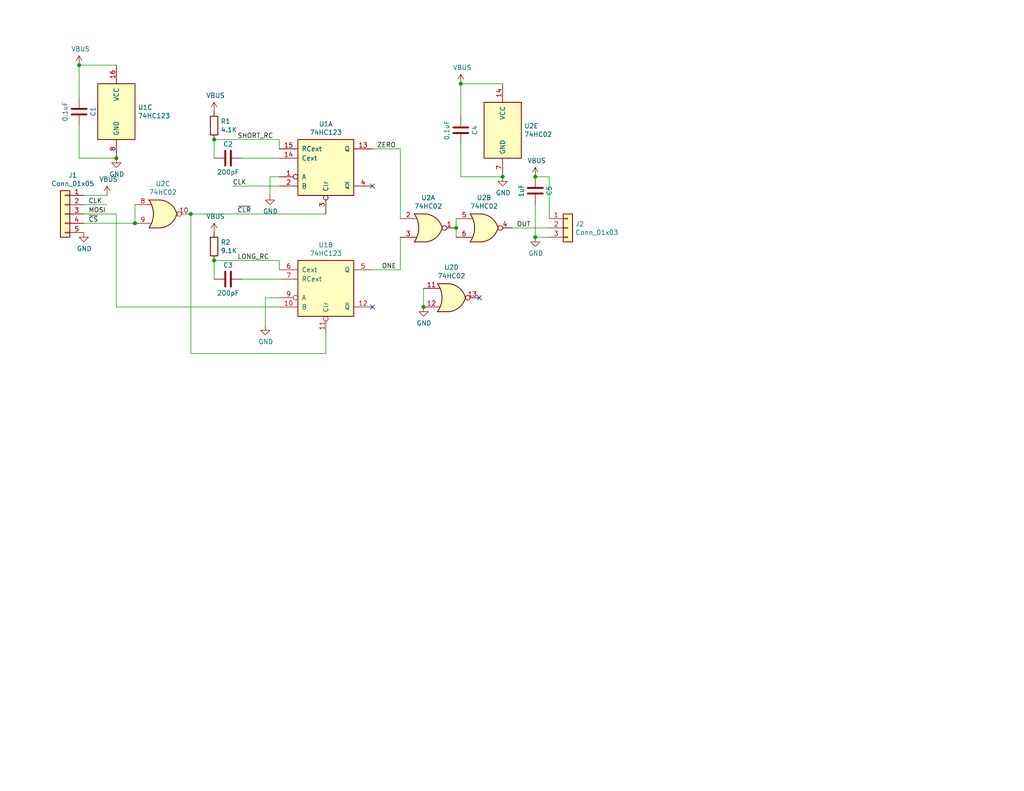
<source format=kicad_sch>
(kicad_sch (version 20230121) (generator eeschema)
  (paper "USLetter")
  (title_block (title "SPI to WS2812") (date "2020-04-24") (rev "1.0") (company "Aaron Williams"))
  (lib_symbols
    (symbol "74xx:74HC02" (pin_names (offset 1.016))
      (property "Reference" "U" (at 0 1.27 0))
      (property "Value" "74HC02" (at 0 -1.27 0))
      (symbol "74HC02_1_1"
        (arc (start -3.81 -3.81) (mid -2.589 0) (end -3.81 3.81) (stroke (width 0.254)))
        (arc (start -0.6096 -3.81) (mid 2.1842 -2.5851) (end 3.81 0) (stroke (width 0.254)) (fill (type background)))
        (polyline (pts (xy -3.81 -3.81) (xy -0.635 -3.81)) (stroke (width 0.254)) (fill (type background)))
        (polyline (pts (xy -3.81 3.81) (xy -0.635 3.81)) (stroke (width 0.254)) (fill (type background)))
        (polyline (pts (xy -0.635 3.81) (xy -3.81 3.81) (xy -3.81 3.81) (xy -3.556 3.4036) (xy -3.0226 2.2606) (xy -2.6924 1.0414) (xy -2.6162 -0.254) (xy -2.7686 -1.4986) (xy -3.175 -2.7178) (xy -3.81 -3.81) (xy -3.81 -3.81) (xy -0.635 -3.81)) (stroke (width -25.4)) (fill (type background)))
        (arc (start 3.81 0) (mid 2.1915 2.5936) (end -0.6096 3.81) (stroke (width 0.254)) (fill (type background)))
        (pin output inverted (at 7.62 0 180) (length 3.81) (name "~") (number "1"))
        (pin input line (at -7.62 2.54 0) (length 4.318) (name "~") (number "2"))
        (pin input line (at -7.62 -2.54 0) (length 4.318) (name "~") (number "3"))
      )
      (symbol "74HC02_1_2"
        (arc (start 0 -3.81) (mid 3.7934 0) (end 0 3.81) (stroke (width 0.254)) (fill (type background)))
        (polyline (pts (xy 0 3.81) (xy -3.81 3.81) (xy -3.81 -3.81) (xy 0 -3.81)) (stroke (width 0.254)) (fill (type background)))
        (pin output line (at 7.62 0 180) (length 3.81) (name "~") (number "1"))
        (pin input inverted (at -7.62 2.54 0) (length 3.81) (name "~") (number "2"))
        (pin input inverted (at -7.62 -2.54 0) (length 3.81) (name "~") (number "3"))
      )
      (symbol "74HC02_2_1"
        (arc (start -3.81 -3.81) (mid -2.589 0) (end -3.81 3.81) (stroke (width 0.254)))
        (arc (start -0.6096 -3.81) (mid 2.1842 -2.5851) (end 3.81 0) (stroke (width 0.254)) (fill (type background)))
        (polyline (pts (xy -3.81 -3.81) (xy -0.635 -3.81)) (stroke (width 0.254)) (fill (type background)))
        (polyline (pts (xy -3.81 3.81) (xy -0.635 3.81)) (stroke (width 0.254)) (fill (type background)))
        (polyline (pts (xy -0.635 3.81) (xy -3.81 3.81) (xy -3.81 3.81) (xy -3.556 3.4036) (xy -3.0226 2.2606) (xy -2.6924 1.0414) (xy -2.6162 -0.254) (xy -2.7686 -1.4986) (xy -3.175 -2.7178) (xy -3.81 -3.81) (xy -3.81 -3.81) (xy -0.635 -3.81)) (stroke (width -25.4)) (fill (type background)))
        (arc (start 3.81 0) (mid 2.1915 2.5936) (end -0.6096 3.81) (stroke (width 0.254)) (fill (type background)))
        (pin output inverted (at 7.62 0 180) (length 3.81) (name "~") (number "4"))
        (pin input line (at -7.62 2.54 0) (length 4.318) (name "~") (number "5"))
        (pin input line (at -7.62 -2.54 0) (length 4.318) (name "~") (number "6"))
      )
      (symbol "74HC02_2_2"
        (arc (start 0 -3.81) (mid 3.7934 0) (end 0 3.81) (stroke (width 0.254)) (fill (type background)))
        (polyline (pts (xy 0 3.81) (xy -3.81 3.81) (xy -3.81 -3.81) (xy 0 -3.81)) (stroke (width 0.254)) (fill (type background)))
        (pin output line (at 7.62 0 180) (length 3.81) (name "~") (number "4"))
        (pin input inverted (at -7.62 2.54 0) (length 3.81) (name "~") (number "5"))
        (pin input inverted (at -7.62 -2.54 0) (length 3.81) (name "~") (number "6"))
      )
      (symbol "74HC02_3_1"
        (arc (start -3.81 -3.81) (mid -2.589 0) (end -3.81 3.81) (stroke (width 0.254)))
        (arc (start -0.6096 -3.81) (mid 2.1842 -2.5851) (end 3.81 0) (stroke (width 0.254)) (fill (type background)))
        (polyline (pts (xy -3.81 -3.81) (xy -0.635 -3.81)) (stroke (width 0.254)) (fill (type background)))
        (polyline (pts (xy -3.81 3.81) (xy -0.635 3.81)) (stroke (width 0.254)) (fill (type background)))
        (polyline (pts (xy -0.635 3.81) (xy -3.81 3.81) (xy -3.81 3.81) (xy -3.556 3.4036) (xy -3.0226 2.2606) (xy -2.6924 1.0414) (xy -2.6162 -0.254) (xy -2.7686 -1.4986) (xy -3.175 -2.7178) (xy -3.81 -3.81) (xy -3.81 -3.81) (xy -0.635 -3.81)) (stroke (width -25.4)) (fill (type background)))
        (arc (start 3.81 0) (mid 2.1915 2.5936) (end -0.6096 3.81) (stroke (width 0.254)) (fill (type background)))
        (pin output inverted (at 7.62 0 180) (length 3.81) (name "~") (number "10"))
        (pin input line (at -7.62 2.54 0) (length 4.318) (name "~") (number "8"))
        (pin input line (at -7.62 -2.54 0) (length 4.318) (name "~") (number "9"))
      )
      (symbol "74HC02_3_2"
        (arc (start 0 -3.81) (mid 3.7934 0) (end 0 3.81) (stroke (width 0.254)) (fill (type background)))
        (polyline (pts (xy 0 3.81) (xy -3.81 3.81) (xy -3.81 -3.81) (xy 0 -3.81)) (stroke (width 0.254)) (fill (type background)))
        (pin output line (at 7.62 0 180) (length 3.81) (name "~") (number "10"))
        (pin input inverted (at -7.62 2.54 0) (length 3.81) (name "~") (number "8"))
        (pin input inverted (at -7.62 -2.54 0) (length 3.81) (name "~") (number "9"))
      )
      (symbol "74HC02_4_1"
        (arc (start -3.81 -3.81) (mid -2.589 0) (end -3.81 3.81) (stroke (width 0.254)))
        (arc (start -0.6096 -3.81) (mid 2.1842 -2.5851) (end 3.81 0) (stroke (width 0.254)) (fill (type background)))
        (polyline (pts (xy -3.81 -3.81) (xy -0.635 -3.81)) (stroke (width 0.254)) (fill (type background)))
        (polyline (pts (xy -3.81 3.81) (xy -0.635 3.81)) (stroke (width 0.254)) (fill (type background)))
        (polyline (pts (xy -0.635 3.81) (xy -3.81 3.81) (xy -3.81 3.81) (xy -3.556 3.4036) (xy -3.0226 2.2606) (xy -2.6924 1.0414) (xy -2.6162 -0.254) (xy -2.7686 -1.4986) (xy -3.175 -2.7178) (xy -3.81 -3.81) (xy -3.81 -3.81) (xy -0.635 -3.81)) (stroke (width -25.4)) (fill (type background)))
        (arc (start 3.81 0) (mid 2.1915 2.5936) (end -0.6096 3.81) (stroke (width 0.254)) (fill (type background)))
        (pin input line (at -7.62 2.54 0) (length 4.318) (name "~") (number "11"))
        (pin input line (at -7.62 -2.54 0) (length 4.318) (name "~") (number "12"))
        (pin output inverted (at 7.62 0 180) (length 3.81) (name "~") (number "13"))
      )
      (symbol "74HC02_4_2"
        (arc (start 0 -3.81) (mid 3.7934 0) (end 0 3.81) (stroke (width 0.254)) (fill (type background)))
        (polyline (pts (xy 0 3.81) (xy -3.81 3.81) (xy -3.81 -3.81) (xy 0 -3.81)) (stroke (width 0.254)) (fill (type background)))
        (pin input inverted (at -7.62 2.54 0) (length 3.81) (name "~") (number "11"))
        (pin input inverted (at -7.62 -2.54 0) (length 3.81) (name "~") (number "12"))
        (pin output line (at 7.62 0 180) (length 3.81) (name "~") (number "13"))
      )
      (symbol "74HC02_5_0"
        (pin power_in line (at 0 12.7 270) (length 5.08) (name "VCC") (number "14"))
        (pin power_in line (at 0 -12.7 90) (length 5.08) (name "GND") (number "7"))
      )
      (symbol "74HC02_5_1"
        (rectangle (start -5.08 7.62) (end 5.08 -7.62) (stroke (width 0.254)) (fill (type background)))
      )
    )
    (symbol "Connector_Generic:Conn_01x03" (pin_names (offset 1.016) hide)
      (property "Reference" "J" (at 0 5.08 0))
      (property "Value" "Conn_01x03" (at 0 -5.08 0))
      (symbol "Conn_01x03_1_1"
        (rectangle (start -1.27 -2.413) (end 0 -2.667) (stroke (width 0.1524)))
        (rectangle (start -1.27 0.127) (end 0 -0.127) (stroke (width 0.1524)))
        (rectangle (start -1.27 2.667) (end 0 2.413) (stroke (width 0.1524)))
        (rectangle (start -1.27 3.81) (end 1.27 -3.81) (stroke (width 0.254)) (fill (type background)))
        (pin passive line (at -5.08 2.54 0) (length 3.81) (name "Pin_1") (number "1"))
        (pin passive line (at -5.08 0 0) (length 3.81) (name "Pin_2") (number "2"))
        (pin passive line (at -5.08 -2.54 0) (length 3.81) (name "Pin_3") (number "3"))
      )
    )
    (symbol "Connector_Generic:Conn_01x05" (pin_names (offset 1.016) hide)
      (property "Reference" "J" (at 0 7.62 0))
      (property "Value" "Conn_01x05" (at 0 -7.62 0))
      (symbol "Conn_01x05_1_1"
        (rectangle (start -1.27 -4.953) (end 0 -5.207) (stroke (width 0.1524)))
        (rectangle (start -1.27 -2.413) (end 0 -2.667) (stroke (width 0.1524)))
        (rectangle (start -1.27 0.127) (end 0 -0.127) (stroke (width 0.1524)))
        (rectangle (start -1.27 2.667) (end 0 2.413) (stroke (width 0.1524)))
        (rectangle (start -1.27 5.207) (end 0 4.953) (stroke (width 0.1524)))
        (rectangle (start -1.27 6.35) (end 1.27 -6.35) (stroke (width 0.254)) (fill (type background)))
        (pin passive line (at -5.08 5.08 0) (length 3.81) (name "Pin_1") (number "1"))
        (pin passive line (at -5.08 2.54 0) (length 3.81) (name "Pin_2") (number "2"))
        (pin passive line (at -5.08 0 0) (length 3.81) (name "Pin_3") (number "3"))
        (pin passive line (at -5.08 -2.54 0) (length 3.81) (name "Pin_4") (number "4"))
        (pin passive line (at -5.08 -5.08 0) (length 3.81) (name "Pin_5") (number "5"))
      )
    )
    (symbol "Device:C" (pin_numbers hide) (pin_names (offset 0.254))
      (property "Reference" "C" (at 0.635 2.54 0))
      (property "Value" "C" (at 0.635 -2.54 0))
      (symbol "C_0_1"
        (polyline (pts (xy -2.032 -0.762) (xy 2.032 -0.762)) (stroke (width 0.508)))
        (polyline (pts (xy -2.032 0.762) (xy 2.032 0.762)) (stroke (width 0.508)))
      )
      (symbol "C_1_1"
        (pin passive line (at 0 3.81 270) (length 2.794) (name "~") (number "1"))
        (pin passive line (at 0 -3.81 90) (length 2.794) (name "~") (number "2"))
      )
    )
    (symbol "Device:R" (pin_numbers hide) (pin_names (offset 0))
      (property "Reference" "R" (at 2.032 0 90))
      (property "Value" "R" (at 0 0 90))
      (symbol "R_0_1"
        (rectangle (start -1.016 -2.54) (end 1.016 2.54) (stroke (width 0.254)))
      )
      (symbol "R_1_1"
        (pin passive line (at 0 3.81 270) (length 1.27) (name "~") (number "1"))
        (pin passive line (at 0 -3.81 90) (length 1.27) (name "~") (number "2"))
      )
    )
    (symbol "power:GND" (power) (pin_names (offset 0))
      (property "Value" "GND" (at 0 -3.81 0))
      (symbol "GND_0_1"
        (polyline (pts (xy 0 0) (xy 0 -1.27) (xy 1.27 -1.27) (xy 0 -2.54) (xy -1.27 -1.27) (xy 0 -1.27)))
      )
      (symbol "GND_1_1"
        (pin power_in line (at 0 0 270) (length 0) hide (name "GND") (number "1"))
      )
    )
    (symbol "power:VBUS" (power) (pin_names (offset 0))
      (property "Value" "VBUS" (at 0 3.81 0))
      (symbol "VBUS_0_1"
        (polyline (pts (xy -0.762 1.27) (xy 0 2.54)))
        (polyline (pts (xy 0 0) (xy 0 2.54)))
        (polyline (pts (xy 0 2.54) (xy 0.762 1.27)))
      )
      (symbol "VBUS_1_1"
        (pin power_in line (at 0 0 90) (length 0) hide (name "VBUS") (number "1"))
      )
    )
    (symbol "spi_to_neopixel-rescue:74HC123-74xx" (pin_names (offset 1.016))
      (property "Reference" "U" (at -7.62 8.89 0))
      (property "Value" "74xx_74HC123" (at -7.62 -8.89 0))
      (symbol "74HC123-74xx_1_0"
        (pin input inverted (at -12.7 -2.54 0) (length 5.08) (name "A") (number "1"))
        (pin output line (at 12.7 5.08 180) (length 5.08) (name "Q") (number "13"))
        (pin input line (at -12.7 2.54 0) (length 5.08) (name "Cext") (number "14"))
        (pin input line (at -12.7 5.08 0) (length 5.08) (name "RCext") (number "15"))
        (pin input line (at -12.7 -5.08 0) (length 5.08) (name "B") (number "2"))
        (pin input inverted (at 0 -12.7 90) (length 5.08) (name "Clr") (number "3"))
        (pin output line (at 12.7 -5.08 180) (length 5.08) (name "~{Q}") (number "4"))
      )
      (symbol "74HC123-74xx_1_1"
        (rectangle (start -7.62 7.62) (end 7.62 -7.62) (stroke (width 0.254)) (fill (type background)))
      )
      (symbol "74HC123-74xx_2_0"
        (pin input line (at -12.7 -5.08 0) (length 5.08) (name "B") (number "10"))
        (pin input inverted (at 0 -12.7 90) (length 5.08) (name "Clr") (number "11"))
        (pin output line (at 12.7 -5.08 180) (length 5.08) (name "~{Q}") (number "12"))
        (pin output line (at 12.7 5.08 180) (length 5.08) (name "Q") (number "5"))
        (pin input line (at -12.7 5.08 0) (length 5.08) (name "Cext") (number "6"))
        (pin input line (at -12.7 2.54 0) (length 5.08) (name "RCext") (number "7"))
        (pin input inverted (at -12.7 -2.54 0) (length 5.08) (name "A") (number "9"))
      )
      (symbol "74HC123-74xx_2_1"
        (rectangle (start -7.62 7.62) (end 7.62 -7.62) (stroke (width 0.254)) (fill (type background)))
      )
      (symbol "74HC123-74xx_3_0"
        (pin power_in line (at 0 12.7 270) (length 5.08) (name "VCC") (number "16"))
        (pin power_in line (at 0 -12.7 90) (length 5.08) (name "GND") (number "8"))
      )
      (symbol "74HC123-74xx_3_1"
        (rectangle (start -5.08 7.62) (end 5.08 -7.62) (stroke (width 0.254)) (fill (type background)))
      )
    )
  )
  (junction (at 36.83 60.96))
  (junction (at 58.42 38.1))
  (junction (at 137.16 48.26))
  (junction (at 146.05 48.26))
  (junction (at 125.73 22.86))
  (junction (at 124.46 62.23))
  (junction (at 146.05 64.77))
  (junction (at 21.59 17.78))
  (junction (at 52.07 58.42))
  (junction (at 58.42 71.12))
  (junction (at 31.75 43.18))
  (junction (at 115.57 83.82))
  (no_connect (at 130.81 81.28))
  (no_connect (at 101.6 83.82))
  (no_connect (at 101.6 50.8))
  (wire (pts (xy 31.75 58.42) (xy 31.75 83.82)))
  (wire (pts (xy 58.42 38.1) (xy 58.42 43.18)))
  (wire (pts (xy 63.5 50.8) (xy 76.2 50.8)))
  (wire (pts (xy 88.9 96.52) (xy 52.07 96.52)))
  (wire (pts (xy 29.21 53.34) (xy 22.86 53.34)))
  (wire (pts (xy 115.57 83.82) (xy 115.57 78.74)))
  (wire (pts (xy 125.73 48.26) (xy 125.73 39.37)))
  (wire (pts (xy 36.83 60.96) (xy 22.86 60.96)))
  (wire (pts (xy 76.2 43.18) (xy 66.04 43.18)))
  (wire (pts (xy 76.2 40.64) (xy 76.2 38.1)))
  (wire (pts (xy 146.05 55.88) (xy 146.05 64.77)))
  (wire (pts (xy 58.42 71.12) (xy 76.2 71.12)))
  (wire (pts (xy 109.22 40.64) (xy 109.22 59.69)))
  (wire (pts (xy 137.16 48.26) (xy 125.73 48.26)))
  (wire (pts (xy 109.22 73.66) (xy 101.6 73.66)))
  (wire (pts (xy 31.75 83.82) (xy 76.2 83.82)))
  (wire (pts (xy 52.07 96.52) (xy 52.07 58.42)))
  (wire (pts (xy 21.59 26.67) (xy 21.59 17.78)))
  (wire (pts (xy 101.6 40.64) (xy 109.22 40.64)))
  (wire (pts (xy 21.59 17.78) (xy 31.75 17.78)))
  (wire (pts (xy 66.04 76.2) (xy 76.2 76.2)))
  (wire (pts (xy 125.73 22.86) (xy 125.73 31.75)))
  (wire (pts (xy 76.2 71.12) (xy 76.2 73.66)))
  (wire (pts (xy 88.9 91.44) (xy 88.9 96.52)))
  (wire (pts (xy 58.42 76.2) (xy 58.42 71.12)))
  (wire (pts (xy 124.46 59.69) (xy 124.46 62.23)))
  (wire (pts (xy 36.83 55.88) (xy 36.83 60.96)))
  (wire (pts (xy 124.46 62.23) (xy 124.46 64.77)))
  (wire (pts (xy 73.66 48.26) (xy 76.2 48.26)))
  (wire (pts (xy 21.59 34.29) (xy 21.59 43.18)))
  (wire (pts (xy 22.86 58.42) (xy 31.75 58.42)))
  (wire (pts (xy 88.9 58.42) (xy 52.07 58.42)))
  (wire (pts (xy 149.86 48.26) (xy 149.86 59.69)))
  (wire (pts (xy 146.05 64.77) (xy 149.86 64.77)))
  (wire (pts (xy 149.86 62.23) (xy 139.7 62.23)))
  (wire (pts (xy 21.59 43.18) (xy 31.75 43.18)))
  (wire (pts (xy 22.86 55.88) (xy 29.21 55.88)))
  (wire (pts (xy 76.2 38.1) (xy 58.42 38.1)))
  (wire (pts (xy 72.39 81.28) (xy 72.39 88.9)))
  (wire (pts (xy 137.16 22.86) (xy 125.73 22.86)))
  (wire (pts (xy 73.66 53.34) (xy 73.66 48.26)))
  (wire (pts (xy 146.05 48.26) (xy 149.86 48.26)))
  (wire (pts (xy 76.2 81.28) (xy 72.39 81.28)))
  (wire (pts (xy 109.22 64.77) (xy 109.22 73.66)))
  (label "SHORT_RC" (at 64.77 38.1 0))
  (label "MOSI" (at 24.13 58.42 0))
  (label "OUT" (at 140.97 62.23 0))
  (label "CLK" (at 63.5 50.8 0))
  (label "~{CS}" (at 24.13 60.96 0))
  (label "LONG_RC" (at 64.77 71.12 0))
  (label "ONE" (at 104.14 73.66 0))
  (label "ZERO" (at 102.87 40.64 0))
  (label "CLK" (at 24.13 55.88 0))
  (label "~{CLR}" (at 64.77 58.42 0))
  (symbol (lib_id "spi_to_neopixel-rescue:74HC123-74xx") (at 88.9 45.72 0) (unit 1)
    (property "Reference" "U1" (at 88.9 33.8582 0))
    (property "Value" "74HC123" (at 88.9 36.1696 0))
    (property "Footprint" "Aaron:SOT-763-1" (effects hide))
    (property "Datasheet" "https://assets.nexperia.com/documents/data-sheet/74HC_HCT123.pdf" (effects hide))
    (property "MFR" "Nexperia USA Inc." (effects hide))
    (property "MPN" "74HC02BQ,115" (effects hide))
    (property "SPR" "Digikey" (effects hide))
    (property "SPN" "1727-4525-1-ND" (effects hide))
    (property "SPURL" "https://www.digikey.com/products/en/integrated-circuits-ics/logic-gates-and-inverters/705?k=74hc02&k=&pkeyword=74hc02&sv=0&pv7=2&pv1989=0&pv69=409393&pv16=97469&sf=1&quantity=&ColumnSort=0&page=1&stock=1&nstock=1&pageSize=500" (effects hide))
    (property "DESC" "Dual retriggerable monostable multivibrator with reset" (effects hide))
  )
  (symbol (lib_id "spi_to_neopixel-rescue:74HC123-74xx") (at 88.9 78.74 0) (unit 2)
    (property "Reference" "U1" (at 88.9 66.8782 0))
    (property "Value" "74HC123" (at 88.9 69.1896 0))
    (property "Datasheet" "https://assets.nexperia.com/documents/data-sheet/74HC_HCT123.pdf" (effects hide))
  )
  (symbol (lib_id "spi_to_neopixel-rescue:74HC123-74xx") (at 31.75 30.48 0) (unit 3)
    (property "Reference" "U1" (at 37.592 29.3116 0) (effects (justify left)))
    (property "Value" "74HC123" (at 37.592 31.623 0) (effects (justify left)))
    (property "Datasheet" "https://assets.nexperia.com/documents/data-sheet/74HC_HCT123.pdf" (effects hide))
  )
  (symbol (lib_id "power:GND") (at 73.66 53.34 0) (unit 1)
    (property "Reference" "#PWR0101" (effects hide))
    (property "Value" "GND" (at 73.787 57.7342 0))
  )
  (symbol (lib_id "power:GND") (at 72.39 88.9 0) (unit 1)
    (property "Reference" "#PWR0102" (effects hide))
    (property "Value" "GND" (at 72.517 93.2942 0))
  )
  (symbol (lib_id "Device:C") (at 62.23 76.2 270) (unit 1)
    (property "Reference" "C3" (at 62.23 72.39 90))
    (property "Value" "200pF" (at 62.23 80.01 90))
    (property "Footprint" "Capacitor_SMD:C_0603_1608Metric" (effects hide))
    (property "MFR" "-" (effects hide))
    (property "MPN" "-" (effects hide))
    (property "SPR" "-" (effects hide))
    (property "SPN" "-" (effects hide))
    (property "SPURL" "-" (effects hide))
    (property "DESC" "-" (effects hide))
  )
  (symbol (lib_id "Device:C") (at 62.23 43.18 270) (unit 1)
    (property "Reference" "C2" (at 62.23 39.37 90))
    (property "Value" "200pF" (at 62.23 46.99 90))
    (property "Footprint" "Capacitor_SMD:C_0603_1608Metric" (effects hide))
    (property "MFR" "-" (effects hide))
    (property "MPN" "-" (effects hide))
    (property "SPR" "-" (effects hide))
    (property "SPN" "-" (effects hide))
    (property "SPURL" "-" (effects hide))
    (property "DESC" "-" (effects hide))
  )
  (symbol (lib_id "power:VBUS") (at 21.59 17.78 0) (unit 1)
    (property "Reference" "#PWR0103" (effects hide))
    (property "Value" "VBUS" (at 21.971 13.3858 0))
  )
  (symbol (lib_id "power:GND") (at 31.75 43.18 0) (unit 1)
    (property "Reference" "#PWR0104" (effects hide))
    (property "Value" "GND" (at 31.877 47.5742 0))
  )
  (symbol (lib_id "74xx:74HC02") (at 116.84 62.23 0) (unit 1)
    (property "Reference" "U2" (at 116.84 53.975 0))
    (property "Value" "74HC02" (at 116.84 56.2864 0))
    (property "Footprint" "Aaron:SOT-762-1" (effects hide))
    (property "Datasheet" "https://assets.nexperia.com/documents/data-sheet/74HC_HCT02.pdf" (effects hide))
    (property "MFR" "Nexperia USA Inc." (effects hide))
    (property "MPN" "74HC02BQ,115" (effects hide))
    (property "SPR" "Digikey" (effects hide))
    (property "SPN" "1727-4525-1-ND" (effects hide))
    (property "SPURL" "https://www.digikey.com/products/en/integrated-circuits-ics/logic-gates-and-inverters/705?k=74hc02&k=&pkeyword=74hc02&sv=0&pv7=2&pv1989=0&pv69=409393&pv16=97469&sf=1&quantity=&ColumnSort=0&page=1&stock=1&nstock=1&pageSize=500" (effects hide))
    (property "DESC" "Quad 2-input NOR gate" (effects hide))
  )
  (symbol (lib_id "74xx:74HC02") (at 132.08 62.23 0) (unit 2)
    (property "Reference" "U2" (at 132.08 53.975 0))
    (property "Value" "74HC02" (at 132.08 56.2864 0))
    (property "Footprint" "Aaron:SOT-762-1" (effects hide))
    (property "Datasheet" "https://assets.nexperia.com/documents/data-sheet/74HC_HCT02.pdf" (effects hide))
    (property "MFR" "Nexperia USA Inc." (effects hide))
    (property "MPN" "74HC02BQ,115" (effects hide))
    (property "SPR" "Digikey" (effects hide))
    (property "SPN" "1727-4525-1-ND" (effects hide))
    (property "SPURL" "https://www.digikey.com/products/en/integrated-circuits-ics/logic-gates-and-inverters/705?k=74hc02&k=&pkeyword=74hc02&sv=0&pv7=2&pv1989=0&pv69=409393&pv16=97469&sf=1&quantity=&ColumnSort=0&page=1&stock=1&nstock=1&pageSize=500" (effects hide))
    (property "DESC" "Quad 2-input NOR gate" (effects hide))
  )
  (symbol (lib_id "74xx:74HC02") (at 44.45 58.42 0) (unit 3)
    (property "Reference" "U2" (at 44.45 50.165 0))
    (property "Value" "74HC02" (at 44.45 52.4764 0))
    (property "Footprint" "Aaron:SOT-762-1" (effects hide))
    (property "Datasheet" "https://assets.nexperia.com/documents/data-sheet/74HC_HCT02.pdf" (effects hide))
    (property "MFR" "Nexperia USA Inc." (effects hide))
    (property "MPN" "74HC02BQ,115" (effects hide))
    (property "SPR" "Digikey" (effects hide))
    (property "SPN" "1727-4525-1-ND" (effects hide))
    (property "SPURL" "https://www.digikey.com/products/en/integrated-circuits-ics/logic-gates-and-inverters/705?k=74hc02&k=&pkeyword=74hc02&sv=0&pv7=2&pv1989=0&pv69=409393&pv16=97469&sf=1&quantity=&ColumnSort=0&page=1&stock=1&nstock=1&pageSize=500" (effects hide))
    (property "DESC" "Quad 2-input NOR gate" (effects hide))
  )
  (symbol (lib_id "74xx:74HC02") (at 123.19 81.28 0) (unit 4)
    (property "Reference" "U2" (at 123.19 73.025 0))
    (property "Value" "74HC02" (at 123.19 75.3364 0))
    (property "Datasheet" "http://www.ti.com/lit/gpn/sn74hc02" (effects hide))
  )
  (symbol (lib_id "74xx:74HC02") (at 137.16 35.56 0) (unit 5)
    (property "Reference" "U2" (at 143.002 34.3916 0) (effects (justify left)))
    (property "Value" "74HC02" (at 143.002 36.703 0) (effects (justify left)))
    (property "Datasheet" "http://www.ti.com/lit/gpn/sn74hc02" (effects hide))
  )
  (symbol (lib_id "Device:R") (at 58.42 34.29 0) (unit 1)
    (property "Reference" "R1" (at 60.198 33.1216 0) (effects (justify left)))
    (property "Value" "4.1K" (at 60.198 35.433 0) (effects (justify left)))
    (property "Footprint" "Resistor_SMD:R_0603_1608Metric" (effects hide))
    (property "MFR" "-" (effects hide))
    (property "MPN" "-" (effects hide))
    (property "SPR" "-" (effects hide))
    (property "SPN" "-" (effects hide))
    (property "SPURL" "-" (effects hide))
    (property "DESC" "-" (effects hide))
  )
  (symbol (lib_id "Device:R") (at 58.42 67.31 0) (unit 1)
    (property "Reference" "R2" (at 60.198 66.1416 0) (effects (justify left)))
    (property "Value" "9.1K" (at 60.198 68.453 0) (effects (justify left)))
    (property "Footprint" "Resistor_SMD:R_0603_1608Metric" (effects hide))
    (property "MFR" "-" (effects hide))
    (property "MPN" "-" (effects hide))
    (property "SPR" "-" (effects hide))
    (property "SPN" "-" (effects hide))
    (property "SPURL" "-" (effects hide))
    (property "DESC" "-" (effects hide))
  )
  (symbol (lib_id "power:VBUS") (at 58.42 30.48 0) (unit 1)
    (property "Reference" "#PWR0105" (effects hide))
    (property "Value" "VBUS" (at 58.801 26.0858 0))
  )
  (symbol (lib_id "Device:C") (at 21.59 30.48 180) (unit 1)
    (property "Reference" "C1" (at 25.4 30.48 90))
    (property "Value" "0.1uF" (at 17.78 30.48 90))
    (property "Footprint" "Capacitor_SMD:C_0603_1608Metric" (effects hide))
    (property "MFR" "-" (effects hide))
    (property "MPN" "-" (effects hide))
    (property "SPR" "-" (effects hide))
    (property "SPN" "-" (effects hide))
    (property "SPURL" "-" (effects hide))
    (property "DESC" "-" (effects hide))
  )
  (symbol (lib_id "Device:C") (at 125.73 35.56 180) (unit 1)
    (property "Reference" "C4" (at 129.54 35.56 90))
    (property "Value" "0.1uF" (at 121.92 35.56 90))
    (property "Footprint" "Capacitor_SMD:C_0603_1608Metric" (effects hide))
    (property "MFR" "-" (effects hide))
    (property "MPN" "-" (effects hide))
    (property "SPR" "-" (effects hide))
    (property "SPN" "-" (effects hide))
    (property "SPURL" "-" (effects hide))
    (property "DESC" "-" (effects hide))
  )
  (symbol (lib_id "power:VBUS") (at 125.73 22.86 0) (unit 1)
    (property "Reference" "#PWR0106" (effects hide))
    (property "Value" "VBUS" (at 126.111 18.4658 0))
  )
  (symbol (lib_id "power:GND") (at 137.16 48.26 0) (unit 1)
    (property "Reference" "#PWR0107" (effects hide))
    (property "Value" "GND" (at 137.287 52.6542 0))
  )
  (symbol (lib_id "power:VBUS") (at 58.42 63.5 0) (unit 1)
    (property "Reference" "#PWR0108" (effects hide))
    (property "Value" "VBUS" (at 58.801 59.1058 0))
  )
  (symbol (lib_id "power:VBUS") (at 29.21 53.34 0) (unit 1)
    (property "Reference" "#PWR0109" (effects hide))
    (property "Value" "VBUS" (at 29.591 48.9458 0))
  )
  (symbol (lib_id "Connector_Generic:Conn_01x05") (at 17.78 58.42 0) (mirror y) (unit 1)
    (property "Reference" "J1" (at 19.8628 47.8282 0))
    (property "Value" "Conn_01x05" (at 19.8628 50.1396 0))
    (property "Footprint" "Connector_PinHeader_1.27mm:PinHeader_1x05_P1.27mm_Vertical" (effects hide))
    (property "MFR" "-" (effects hide))
    (property "MPN" "-" (effects hide))
    (property "SPR" "-" (effects hide))
    (property "SPN" "-" (effects hide))
    (property "SPURL" "-" (effects hide))
    (property "DESC" "-" (effects hide))
  )
  (symbol (lib_id "power:GND") (at 22.86 63.5 0) (unit 1)
    (property "Reference" "#PWR0110" (effects hide))
    (property "Value" "GND" (at 22.987 67.8942 0))
  )
  (symbol (lib_id "Connector_Generic:Conn_01x03") (at 154.94 62.23 0) (unit 1)
    (property "Reference" "J2" (at 156.972 61.1632 0) (effects (justify left)))
    (property "Value" "Conn_01x03" (at 156.972 63.4746 0) (effects (justify left)))
    (property "Footprint" "Connector_PinHeader_1.27mm:PinHeader_1x03_P1.27mm_Vertical" (effects hide))
    (property "MFR" "-" (effects hide))
    (property "MPN" "-" (effects hide))
    (property "SPR" "-" (effects hide))
    (property "SPN" "-" (effects hide))
    (property "SPURL" "-" (effects hide))
    (property "DESC" "-" (effects hide))
  )
  (symbol (lib_id "power:VBUS") (at 146.05 48.26 0) (unit 1)
    (property "Reference" "#PWR0111" (effects hide))
    (property "Value" "VBUS" (at 146.431 43.8658 0))
  )
  (symbol (lib_id "Device:C") (at 146.05 52.07 180) (unit 1)
    (property "Reference" "C5" (at 149.86 52.07 90))
    (property "Value" "1uF" (at 142.24 52.07 90))
    (property "Footprint" "Capacitor_SMD:C_0603_1608Metric" (effects hide))
    (property "MFR" "-" (effects hide))
    (property "MPN" "-" (effects hide))
    (property "SPR" "-" (effects hide))
    (property "SPN" "-" (effects hide))
    (property "SPURL" "-" (effects hide))
    (property "DESC" "-" (effects hide))
  )
  (symbol (lib_id "power:GND") (at 146.05 64.77 0) (unit 1)
    (property "Reference" "#PWR0112" (effects hide))
    (property "Value" "GND" (at 146.177 69.1642 0))
  )
  (symbol (lib_id "power:GND") (at 115.57 83.82 0) (unit 1)
    (property "Reference" "#PWR0113" (effects hide))
    (property "Value" "GND" (at 115.697 88.2142 0))
  )
)
</source>
